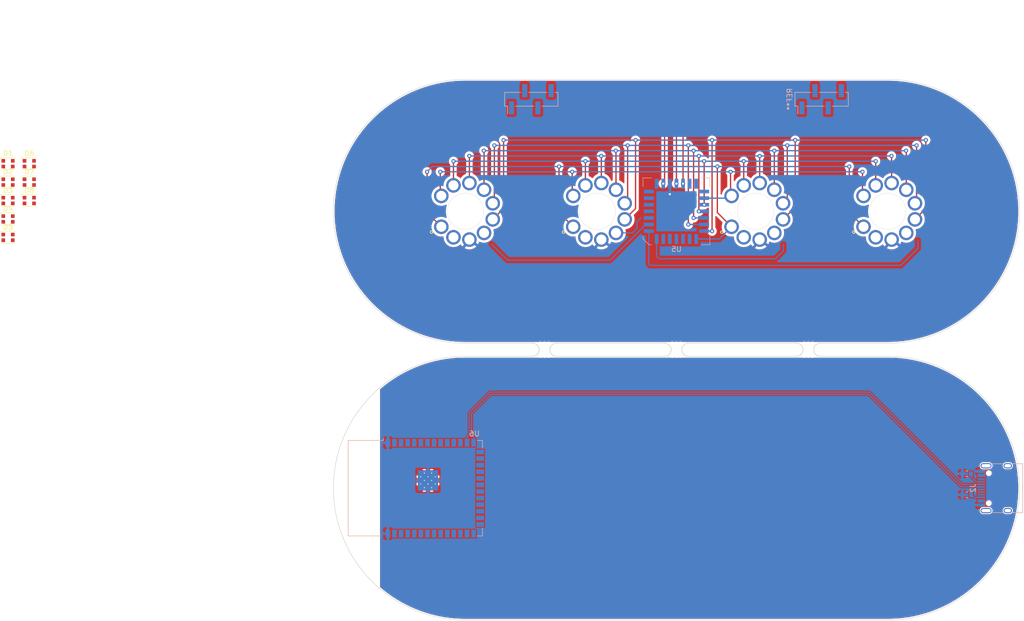
<source format=kicad_pcb>
(kicad_pcb (version 20221018) (generator pcbnew)
  (layers (0 "F.Cu" signal) (31 "B.Cu" signal) (34 "B.Paste" user) (35 "F.Paste" user) (36 "B.SilkS" user "B.Silkscreen") (37 "F.SilkS" user "F.Silkscreen") (38 "B.Mask" user) (39 "F.Mask" user) (44 "Edge.Cuts" user))
  (net 0 "")
  (net 1 "GND")
  (net 2 "+GRID")
  (net 3 "+HEATER")
  (net 6 "unconnected-(U5-HV19-Pad4)")
  (net 7 "unconnected-(U5-HV18-Pad5)")
  (net 8 "unconnected-(U5-HV17-Pad6)")
  (net 15 "BLANK")
  (net 16 "CLK")
  (net 17 "STROBE")
  (net 21 "F")
  (net 22 "G")
  (net 23 "A")
  (net 24 "B")
  (net 25 "C")
  (net 26 "D")
  (net 27 "E")
  (net 28 "Data IN")
  (net 29 "+3V3")
  (net 30 "Grid1")
  (net 31 "Grid2")
  (net 32 "Grid3")
  (net 33 "Grid4")
  (net 34 "RST")
  (net 40 "LED")
  (net 41 "Net-(J2-CC2)")
  (net 42 "Net-(J2-CC1)")
  (net 54 "Net-(U6-IO0)")
  (net 63 "RX")
  (net 64 "TX")
  (net 65 "SCL")
  (net 66 "SDA")
  (net 67 "Net-(D2-DOUT)")
  (net 68 "Net-(D1-DOUT)")
  (net 69 "+5V")
  (net 71 "Net-(D7-DOUT)")
  (net 72 "Net-(D6-DOUT)")
  (net 73 "Net-(D5-DOUT)")
  (net 74 "Net-(D4-DOUT)")
  (net 75 "Net-(D3-DOUT)")
  (net 76 "D-")
  (net 77 "D+")
  (footprint "Indicator-Tube:IV-12" (layer "F.Cu") (at 193.04 83.82)
    (fp_text reference "U3" hide)
    (fp_text value "~")
    (fp_circle (center 0 0) (end 0 -3.5) (stroke (width 0.05)) (fill none) (layer "Edge.Cuts"))
    (pad "1" thru_hole circle (at -4.626894 2.973524 122.698) (size 2.8 2.8) (drill 1.95) (layers "*.Cu" "*.Mask") (net 27 "E"))
    (pad "2" thru_hole circle (at -2.284782 5.002975 155.399) (size 2.8 2.8) (drill 1.95) (layers "*.Cu" "*.Mask") (net 3 "+HEATER"))
    (pad "3" thru_hole circle (at 0.782731 5.444017 188.199) (size 2.8 2.8) (drill 1.95) (layers "*.Cu" "*.Mask") (net 1 "GND"))
    (pad "4" thru_hole circle (at 3.601733 4.156622 220.899) (size 2.8 2.8) (drill 1.95) (layers "*.Cu" "*.Mask") (net 32 "Grid3"))
    (pad "5" thru_hole circle (at 5.277211 1.549529 253.6) (size 2.8 2.8) (drill 1.95) (layers "*.Cu" "*.Mask") (net 26 "D"))
    (pad "6" thru_hole circle (at 5.277211 -1.549529 286.3) (size 2.8 2.8) (drill 1.95) (layers "*.Cu" "*.Mask") (net 25 "C"))
    (pad "7" thru_hole circle (at 3.601734 -4.156622 319.1) (size 2.8 2.8) (drill 1.95) (layers "*.Cu" "*.Mask") (net 24 "B"))
    (pad "8" thru_hole circle (at 0.782732 -5.444017 351.8) (size 2.8 2.8) (drill 1.95) (layers "*.Cu" "*.Mask") (net 23 "A"))
    (pad "9" thru_hole circle (at -2.284782 -5.002975 24.5) (size 2.8 2.8) (drill 1.95) (layers "*.Cu" "*.Mask") (net 22 "G"))
    (pad "10" thru_hole circle (at -4.626894 -2.973524 57.199) (size 2.8 2.8) (drill 1.95) (layers "*.Cu" "*.Mask") (net 21 "F"))
  )
  (footprint "Sensor_Ambient:WSOF6" (layer "F.Cu") (at 177.8 63.754)
    (fp_text reference "PD1")
    (fp_text value "BH1730")
    (pad "" smd roundrect (at 0 0 90) (size 1.2 1.5) (layers "F.Cu" "F.Paste" "F.Mask"))
    (pad "1" smd roundrect (at -1.27 -0.508 90) (size 0.22 0.5) (layers "F.Cu" "F.Paste" "F.Mask"))
    (pad "2" smd roundrect (at -1.27 0 90) (size 0.22 0.5) (layers "F.Cu" "F.Paste" "F.Mask"))
    (pad "3" smd roundrect (at -1.27 0.508 90) (size 0.22 0.5) (layers "F.Cu" "F.Paste" "F.Mask"))
    (pad "4" smd roundrect (at 1.27 0.508 90) (size 0.22 0.5) (layers "F.Cu" "F.Paste" "F.Mask"))
    (pad "5" smd roundrect (at 1.27 0 90) (size 0.22 0.5) (layers "F.Cu" "F.Paste" "F.Mask"))
    (pad "6" smd roundrect (at 1.27 -0.508 90) (size 0.22 0.5) (layers "F.Cu" "F.Paste" "F.Mask"))
  )
  (footprint "LED_SMD:LED_WS2812B-2020_PLCC4_2.0x2.0mm" (layer "F.Cu") (at 53.213 74.64)
    (fp_text reference "D6" (at 0 -2) (layer "F.SilkS"))
    (fp_text value "~")
    (pad "1" smd rect (at -0.915 -0.55) (size 0.7 0.7) (layers "F.Cu" "F.Paste" "F.Mask") (net 72 "Net-(D6-DOUT)"))
    (pad "2" smd rect (at -0.915 0.55) (size 0.7 0.7) (layers "F.Cu" "F.Paste" "F.Mask") (net 1 "GND"))
    (pad "3" smd rect (at 0.915 0.55) (size 0.7 0.7) (layers "F.Cu" "F.Paste" "F.Mask") (net 73 "Net-(D5-DOUT)"))
    (pad "4" smd rect (at 0.915 -0.55) (size 0.7 0.7) (layers "F.Cu" "F.Paste" "F.Mask") (net 69 "+5V"))
  )
  (footprint "LED_SMD:LED_WS2812B-2020_PLCC4_2.0x2.0mm" (layer "F.Cu") (at 49.123 81.74)
    (fp_text reference "D3" (at 0 -2) (layer "F.SilkS"))
    (fp_text value "~")
    (pad "1" smd rect (at -0.915 -0.55) (size 0.7 0.7) (layers "F.Cu" "F.Paste" "F.Mask") (net 75 "Net-(D3-DOUT)"))
    (pad "2" smd rect (at -0.915 0.55) (size 0.7 0.7) (layers "F.Cu" "F.Paste" "F.Mask") (net 1 "GND"))
    (pad "3" smd rect (at 0.915 0.55) (size 0.7 0.7) (layers "F.Cu" "F.Paste" "F.Mask") (net 67 "Net-(D2-DOUT)"))
    (pad "4" smd rect (at 0.915 -0.55) (size 0.7 0.7) (layers "F.Cu" "F.Paste" "F.Mask") (net 69 "+5V"))
  )
  (footprint "Panelization:mouse-bite-2.54mm-slot" (layer "F.Cu") (at 203.2 110.49)
    (fp_text reference "mouse-bite-2.54mm-slot" hide)
    (fp_text value "VAL**" hide)
    (pad "" np_thru_hole circle (at -0.8 -1.1) (size 0.5 0.5) (drill 0.5) (layers "F&B.Cu" "*.Mask"))
    (pad "" np_thru_hole circle (at -0.8 1.1) (size 0.5 0.5) (drill 0.5) (layers "F&B.Cu" "*.Mask"))
    (pad "" np_thru_hole circle (at 0 -1.1) (size 0.5 0.5) (drill 0.5) (layers "F&B.Cu" "*.Mask"))
    (pad "" np_thru_hole circle (at 0 1.1) (size 0.5 0.5) (drill 0.5) (layers "F&B.Cu" "*.Mask"))
    (pad "" np_thru_hole circle (at 0.8 -1.1) (size 0.5 0.5) (drill 0.5) (layers "F&B.Cu" "*.Mask"))
    (pad "" np_thru_hole circle (at 0.8 1.1) (size 0.5 0.5) (drill 0.5) (layers "F&B.Cu" "*.Mask"))
  )
  (footprint "Indicator-Tube:IV-12" (layer "F.Cu") (at 137.16 83.82)
    (fp_text reference "U1" hide)
    (fp_text value "~")
    (fp_circle (center 0 0) (end 0 -3.5) (stroke (width 0.05)) (fill none) (layer "Edge.Cuts"))
    (pad "1" thru_hole circle (at -4.626894 2.973524 122.698) (size 2.8 2.8) (drill 1.95) (layers "*.Cu" "*.Mask") (net 27 "E"))
    (pad "2" thru_hole circle (at -2.284782 5.002975 155.399) (size 2.8 2.8) (drill 1.95) (layers "*.Cu" "*.Mask") (net 3 "+HEATER"))
    (pad "3" thru_hole circle (at 0.782731 5.444017 188.199) (size 2.8 2.8) (drill 1.95) (layers "*.Cu" "*.Mask") (net 1 "GND"))
    (pad "4" thru_hole circle (at 3.601733 4.156622 220.899) (size 2.8 2.8) (drill 1.95) (layers "*.Cu" "*.Mask") (net 30 "Grid1"))
    (pad "5" thru_hole circle (at 5.277211 1.549529 253.6) (size 2.8 2.8) (drill 1.95) (layers "*.Cu" "*.Mask") (net 26 "D"))
    (pad "6" thru_hole circle (at 5.277211 -1.549529 286.3) (size 2.8 2.8) (drill 1.95) (layers "*.Cu" "*.Mask") (net 25 "C"))
    (pad "7" thru_hole circle (at 3.601734 -4.156622 319.1) (size 2.8 2.8) (drill 1.95) (layers "*.Cu" "*.Mask") (net 24 "B"))
    (pad "8" thru_hole circle (at 0.782732 -5.444017 351.8) (size 2.8 2.8) (drill 1.95) (layers "*.Cu" "*.Mask") (net 23 "A"))
    (pad "9" thru_hole circle (at -2.284782 -5.002975 24.5) (size 2.8 2.8) (drill 1.95) (layers "*.Cu" "*.Mask") (net 22 "G"))
    (pad "10" thru_hole circle (at -4.626894 -2.973524 57.199) (size 2.8 2.8) (drill 1.95) (layers "*.Cu" "*.Mask") (net 21 "F"))
  )
  (footprint "LED_SMD:LED_WS2812B-2020_PLCC4_2.0x2.0mm" (layer "F.Cu") (at 53.213 78.19)
    (fp_text reference "D7" (at 0 -2) (layer "F.SilkS"))
    (fp_text value "~")
    (pad "1" smd rect (at -0.915 -0.55) (size 0.7 0.7) (layers "F.Cu" "F.Paste" "F.Mask") (net 71 "Net-(D7-DOUT)"))
    (pad "2" smd rect (at -0.915 0.55) (size 0.7 0.7) (layers "F.Cu" "F.Paste" "F.Mask") (net 1 "GND"))
    (pad "3" smd rect (at 0.915 0.55) (size 0.7 0.7) (layers "F.Cu" "F.Paste" "F.Mask") (net 72 "Net-(D6-DOUT)"))
    (pad "4" smd rect (at 0.915 -0.55) (size 0.7 0.7) (layers "F.Cu" "F.Paste" "F.Mask") (net 69 "+5V"))
  )
  (footprint "LED_SMD:LED_WS2812B-2020_PLCC4_2.0x2.0mm" (layer "F.Cu") (at 49.123 74.64)
    (fp_text reference "D1" (at 0 -2) (layer "F.SilkS"))
    (fp_text value "~")
    (pad "1" smd rect (at -0.915 -0.55) (size 0.7 0.7) (layers "F.Cu" "F.Paste" "F.Mask") (net 68 "Net-(D1-DOUT)"))
    (pad "2" smd rect (at -0.915 0.55) (size 0.7 0.7) (layers "F.Cu" "F.Paste" "F.Mask") (net 1 "GND"))
    (pad "3" smd rect (at 0.915 0.55) (size 0.7 0.7) (layers "F.Cu" "F.Paste" "F.Mask") (net 40 "LED"))
    (pad "4" smd rect (at 0.915 -0.55) (size 0.7 0.7) (layers "F.Cu" "F.Paste" "F.Mask") (net 69 "+5V"))
  )
  (footprint "LED_SMD:LED_WS2812B-2020_PLCC4_2.0x2.0mm" (layer "F.Cu") (at 49.123 88.84)
    (fp_text reference "D5" (at 0 -2) (layer "F.SilkS"))
    (fp_text value "~")
    (pad "1" smd rect (at -0.915 -0.55) (size 0.7 0.7) (layers "F.Cu" "F.Paste" "F.Mask") (net 73 "Net-(D5-DOUT)"))
    (pad "2" smd rect (at -0.915 0.55) (size 0.7 0.7) (layers "F.Cu" "F.Paste" "F.Mask") (net 1 "GND"))
    (pad "3" smd rect (at 0.915 0.55) (size 0.7 0.7) (layers "F.Cu" "F.Paste" "F.Mask") (net 74 "Net-(D4-DOUT)"))
    (pad "4" smd rect (at 0.915 -0.55) (size 0.7 0.7) (layers "F.Cu" "F.Paste" "F.Mask") (net 69 "+5V"))
  )
  (footprint "Panelization:mouse-bite-2.54mm-slot" (layer "F.Cu") (at 152.4 110.49)
    (fp_text reference "mouse-bite-2.54mm-slot" hide)
    (fp_text value "VAL**" hide)
    (pad "" np_thru_hole circle (at -0.8 -1.1) (size 0.5 0.5) (drill 0.5) (layers "*.Cu" "*.Mask"))
    (pad "" np_thru_hole circle (at -0.8 1.1) (size 0.5 0.5) (drill 0.5) (layers "*.Cu" "*.Mask"))
    (pad "" np_thru_hole circle (at 0 -1.1) (size 0.5 0.5) (drill 0.5) (layers "*.Cu" "*.Mask"))
    (pad "" np_thru_hole circle (at 0 1.1) (size 0.5 0.5) (drill 0.5) (layers "*.Cu" "*.Mask"))
    (pad "" np_thru_hole circle (at 0.8 -1.1) (size 0.5 0.5) (drill 0.5) (layers "*.Cu" "*.Mask"))
    (pad "" np_thru_hole circle (at 0.8 1.1) (size 0.5 0.5) (drill 0.5) (layers "*.Cu" "*.Mask"))
  )
  (footprint "Panelization:mouse-bite-2.54mm-slot" (layer "F.Cu") (at 177.8 110.49)
    (fp_text reference "mouse-bite-2.54mm-slot" hide)
    (fp_text value "VAL**" hide)
    (pad "" np_thru_hole circle (at -0.8 -1.1) (size 0.5 0.5) (drill 0.5) (layers "F&B.Cu" "*.Mask"))
    (pad "" np_thru_hole circle (at -0.8 1.1) (size 0.5 0.5) (drill 0.5) (layers "F&B.Cu" "*.Mask"))
    (pad "" np_thru_hole circle (at 0 -1.1) (size 0.5 0.5) (drill 0.5) (layers "F&B.Cu" "*.Mask"))
    (pad "" np_thru_hole circle (at 0 1.1) (size 0.5 0.5) (drill 0.5) (layers "F&B.Cu" "*.Mask"))
    (pad "" np_thru_hole circle (at 0.8 -1.1) (size 0.5 0.5) (drill 0.5) (layers "F&B.Cu" "*.Mask"))
    (pad "" np_thru_hole circle (at 0.8 1.1) (size 0.5 0.5) (drill 0.5) (layers "F&B.Cu" "*.Mask"))
  )
  (footprint "LED_SMD:LED_WS2812B-2020_PLCC4_2.0x2.0mm" (layer "F.Cu") (at 49.123 78.19)
    (fp_text reference "D2" (at 0 -2) (layer "F.SilkS"))
    (fp_text value "~")
    (pad "1" smd rect (at -0.915 -0.55) (size 0.7 0.7) (layers "F.Cu" "F.Paste" "F.Mask") (net 67 "Net-(D2-DOUT)"))
    (pad "2" smd rect (at -0.915 0.55) (size 0.7 0.7) (layers "F.Cu" "F.Paste" "F.Mask") (net 1 "GND"))
    (pad "3" smd rect (at 0.915 0.55) (size 0.7 0.7) (layers "F.Cu" "F.Paste" "F.Mask") (net 68 "Net-(D1-DOUT)"))
    (pad "4" smd rect (at 0.915 -0.55) (size 0.7 0.7) (layers "F.Cu" "F.Paste" "F.Mask") (net 69 "+5V"))
  )
  (footprint "Indicator-Tube:IV-12" (layer "F.Cu") (at 162.56 83.82)
    (fp_text reference "U2" hide)
    (fp_text value "~")
    (fp_circle (center 0 0) (end 0 -3.5) (stroke (width 0.05)) (fill none) (layer "Edge.Cuts"))
    (pad "1" thru_hole circle (at -4.626894 2.973524 122.698) (size 2.8 2.8) (drill 1.95) (layers "*.Cu" "*.Mask") (net 27 "E"))
    (pad "2" thru_hole circle (at -2.284782 5.002975 155.399) (size 2.8 2.8) (drill 1.95) (layers "*.Cu" "*.Mask") (net 3 "+HEATER"))
    (pad "3" thru_hole circle (at 0.782731 5.444017 188.199) (size 2.8 2.8) (drill 1.95) (layers "*.Cu" "*.Mask") (net 1 "GND"))
    (pad "4" thru_hole circle (at 3.601733 4.156622 220.899) (size 2.8 2.8) (drill 1.95) (layers "*.Cu" "*.Mask") (net 31 "Grid2"))
    (pad "5" thru_hole circle (at 5.277211 1.549529 253.6) (size 2.8 2.8) (drill 1.95) (layers "*.Cu" "*.Mask") (net 26 "D"))
    (pad "6" thru_hole circle (at 5.277211 -1.549529 286.3) (size 2.8 2.8) (drill 1.95) (layers "*.Cu" "*.Mask") (net 25 "C"))
    (pad "7" thru_hole circle (at 3.601734 -4.156622 319.1) (size 2.8 2.8) (drill 1.95) (layers "*.Cu" "*.Mask") (net 24 "B"))
    (pad "8" thru_hole circle (at 0.782732 -5.444017 351.8) (size 2.8 2.8) (drill 1.95) (layers "*.Cu" "*.Mask") (net 23 "A"))
    (pad "9" thru_hole circle (at -2.284782 -5.002975 24.5) (size 2.8 2.8) (drill 1.95) (layers "*.Cu" "*.Mask") (net 22 "G"))
    (pad "10" thru_hole circle (at -4.626894 -2.973524 57.199) (size 2.8 2.8) (drill 1.95) (layers "*.Cu" "*.Mask") (net 21 "F"))
  )
  (footprint "LED_SMD:LED_WS2812B-2020_PLCC4_2.0x2.0mm" (layer "F.Cu") (at 49.123 85.29)
    (fp_text reference "D4" (at 0 -2) (layer "F.SilkS"))
    (fp_text value "~")
    (pad "1" smd rect (at -0.915 -0.55) (size 0.7 0.7) (layers "F.Cu" "F.Paste" "F.Mask") (net 74 "Net-(D4-DOUT)"))
    (pad "2" smd rect (at -0.915 0.55) (size 0.7 0.7) (layers "F.Cu" "F.Paste" "F.Mask") (net 1 "GND"))
    (pad "3" smd rect (at 0.915 0.55) (size 0.7 0.7) (layers "F.Cu" "F.Paste" "F.Mask") (net 75 "Net-(D3-DOUT)"))
    (pad "4" smd rect (at 0.915 -0.55) (size 0.7 0.7) (layers "F.Cu" "F.Paste" "F.Mask") (net 69 "+5V"))
  )
  (footprint "Indicator-Tube:IV-12" (layer "F.Cu") (at 218.44 83.82)
    (fp_text reference "U4" hide)
    (fp_text value "~")
    (fp_circle (center 0 0) (end 0 -3.5) (stroke (width 0.05)) (fill none) (layer "Edge.Cuts"))
    (pad "1" thru_hole circle (at -4.626894 2.973524 122.698) (size 2.8 2.8) (drill 1.95) (layers "*.Cu" "*.Mask") (net 27 "E"))
    (pad "2" thru_hole circle (at -2.284782 5.002975 155.399) (size 2.8 2.8) (drill 1.95) (layers "*.Cu" "*.Mask") (net 3 "+HEATER"))
    (pad "3" thru_hole circle (at 0.782731 5.444017 188.199) (size 2.8 2.8) (drill 1.95) (layers "*.Cu" "*.Mask") (net 1 "GND"))
    (pad "4" thru_hole circle (at 3.601733 4.156622 220.899) (size 2.8 2.8) (drill 1.95) (layers "*.Cu" "*.Mask") (net 33 "Grid4"))
    (pad "5" thru_hole circle (at 5.277211 1.549529 253.6) (size 2.8 2.8) (drill 1.95) (layers "*.Cu" "*.Mask") (net 26 "D"))
    (pad "6" thru_hole circle (at 5.277211 -1.549529 286.3) (size 2.8 2.8) (drill 1.95) (layers "*.Cu" "*.Mask") (net 25 "C"))
    (pad "7" thru_hole circle (at 3.601734 -4.156622 319.1) (size 2.8 2.8) (drill 1.95) (layers "*.Cu" "*.Mask") (net 24 "B"))
    (pad "8" thru_hole circle (at 0.782732 -5.444017 351.8) (size 2.8 2.8) (drill 1.95) (layers "*.Cu" "*.Mask") (net 23 "A"))
    (pad "9" thru_hole circle (at -2.284782 -5.002975 24.5) (size 2.8 2.8) (drill 1.95) (layers "*.Cu" "*.Mask") (net 22 "G"))
    (pad "10" thru_hole circle (at -4.626894 -2.973524 57.199) (size 2.8 2.8) (drill 1.95) (layers "*.Cu" "*.Mask") (net 21 "F"))
  )
  (footprint "LED_SMD:LED_WS2812B-2020_PLCC4_2.0x2.0mm" (layer "F.Cu") (at 53.213 81.74)
    (fp_text reference "D8" (at 0 -2) (layer "F.SilkS"))
    (fp_text value "~")
    (pad "1" smd rect (at -0.915 -0.55) (size 0.7 0.7) (layers "F.Cu" "F.Paste" "F.Mask"))
    (pad "2" smd rect (at -0.915 0.55) (size 0.7 0.7) (layers "F.Cu" "F.Paste" "F.Mask") (net 1 "GND"))
    (pad "3" smd rect (at 0.915 0.55) (size 0.7 0.7) (layers "F.Cu" "F.Paste" "F.Mask") (net 71 "Net-(D7-DOUT)"))
    (pad "4" smd rect (at 0.915 -0.55) (size 0.7 0.7) (layers "F.Cu" "F.Paste" "F.Mask") (net 69 "+5V"))
  )
  (footprint "Package_LCC:PLCC-28" (layer "B.Cu") (at 177.8 83.82)
    (fp_text reference "U5" (at 0 7.285) (layer "B.SilkS") (effects (justify mirror)))
    (fp_text value "~")
    (pad "1" smd rect (at 0 5.3225) (size 0.7 1.925) (layers "B.Cu" "B.Paste" "B.Mask") (net 2 "+GRID"))
    (pad "2" smd rect (at -1.27 5.3225) (size 0.7 1.925) (layers "B.Cu" "B.Paste" "B.Mask"))
    (pad "3" smd rect (at -2.54 5.3225) (size 0.7 1.925) (layers "B.Cu" "B.Paste" "B.Mask"))
    (pad "4" smd rect (at -3.81 5.3225) (size 0.7 1.925) (layers "B.Cu" "B.Paste" "B.Mask") (net 6 "unconnected-(U5-HV19-Pad4)"))
    (pad "5" smd rect (at -5.3225 3.81) (size 1.925 0.7) (layers "B.Cu" "B.Paste" "B.Mask") (net 7 "unconnected-(U5-HV18-Pad5)"))
    (pad "6" smd rect (at -5.3225 2.54) (size 1.925 0.7) (layers "B.Cu" "B.Paste" "B.Mask") (net 8 "unconnected-(U5-HV17-Pad6)"))
    (pad "7" smd rect (at -5.3225 1.27) (size 1.925 0.7) (layers "B.Cu" "B.Paste" "B.Mask"))
    (pad "8" smd rect (at -5.3225 0) (size 1.925 0.7) (layers "B.Cu" "B.Paste" "B.Mask"))
    (pad "9" smd rect (at -5.3225 -1.27) (size 1.925 0.7) (layers "B.Cu" "B.Paste" "B.Mask"))
    (pad "10" smd rect (at -5.3225 -2.54) (size 1.925 0.7) (layers "B.Cu" "B.Paste" "B.Mask"))
    (pad "11" smd rect (at -5.3225 -3.81) (size 1.925 0.7) (layers "B.Cu" "B.Paste" "B.Mask"))
    (pad "12" smd rect (at -3.81 -5.3225) (size 0.7 1.925) (layers "B.Cu" "B.Paste" "B.Mask"))
    (pad "13" smd rect (at -2.54 -5.3225) (size 0.7 1.925) (layers "B.Cu" "B.Paste" "B.Mask") (net 15 "BLANK"))
    (pad "14" smd rect (at -1.27 -5.3225) (size 0.7 1.925) (layers "B.Cu" "B.Paste" "B.Mask") (net 1 "GND"))
    (pad "15" smd rect (at 0 -5.3225) (size 0.7 1.925) (layers "B.Cu" "B.Paste" "B.Mask") (net 16 "CLK"))
    (pad "16" smd rect (at 1.27 -5.3225) (size 0.7 1.925) (layers "B.Cu" "B.Paste" "B.Mask") (net 17 "STROBE"))
    (pad "17" smd rect (at 2.54 -5.3225) (size 0.7 1.925) (layers "B.Cu" "B.Paste" "B.Mask"))
    (pad "18" smd rect (at 3.81 -5.3225) (size 0.7 1.925) (layers "B.Cu" "B.Paste" "B.Mask"))
    (pad "19" smd rect (at 5.3225 -3.81) (size 1.925 0.7) (layers "B.Cu" "B.Paste" "B.Mask"))
    (pad "20" smd rect (at 5.3225 -2.54) (size 1.925 0.7) (layers "B.Cu" "B.Paste" "B.Mask") (net 21 "F"))
    (pad "21" smd rect (at 5.3225 -1.27) (size 1.925 0.7) (layers "B.Cu" "B.Paste" "B.Mask") (net 22 "G"))
    (pad "22" smd rect (at 5.3225 0) (size 1.925 0.7) (layers "B.Cu" "B.Paste" "B.Mask") (net 23 "A"))
    (pad "23" smd rect (at 5.3225 1.27) (size 1.925 0.7) (layers "B.Cu" "B.Paste" "B.Mask") (net 24 "B"))
    (pad "24" smd rect (at 5.3225 2.54) (size 1.925 0.7) (layers "B.Cu" "B.Paste" "B.Mask") (net 25 "C"))
    (pad "25" smd rect (at 5.3225 3.81) (size 1.925 0.7) (layers "B.Cu" "B.Paste" "B.Mask") (net 26 "D"))
    (pad "26" smd rect (at 3.81 5.3225) (size 0.7 1.925) (layers "B.Cu" "B.Paste" "B.Mask") (net 27 "E"))
    (pad "27" smd rect (at 2.54 5.3225) (size 0.7 1.925) (layers "B.Cu" "B.Paste" "B.Mask") (net 28 "Data IN"))
    (pad "28" smd rect (at 1.27 5.3225) (size 0.7 1.925) (layers "B.Cu" "B.Paste" "B.Mask") (net 29 "+3V3"))
  )
  (footprint "RF_Module:ESP32-S3-WROOM-1" (layer "B.Cu") (at 127.508 137.16 -90)
    (fp_text reference "U6" (at -10.5 -11.4 unlocked) (layer "B.SilkS") (effects (justify mirror)))
    (fp_text value "ESP32-S2-SOLO-2")
    (pad "1" smd rect (at -8.75 5.26 270) (size 1.5 0.9) (layers "B.Cu" "B.Paste" "B.Mask") (net 1 "GND"))
    (pad "2" smd rect (at -8.75 3.99 270) (size 1.5 0.9) (layers "B.Cu" "B.Paste" "B.Mask") (net 29 "+3V3"))
    (pad "3" smd rect (at -8.75 2.72 270) (size 1.5 0.9) (layers "B.Cu" "B.Paste" "B.Mask") (net 34 "RST"))
    (pad "4" smd rect (at -8.75 1.45 270) (size 1.5 0.9) (layers "B.Cu" "B.Paste" "B.Mask"))
    (pad "5" smd rect (at -8.75 0.18 270) (size 1.5 0.9) (layers "B.Cu" "B.Paste" "B.Mask"))
    (pad "6" smd rect (at -8.75 -1.09 270) (size 1.5 0.9) (layers "B.Cu" "B.Paste" "B.Mask") (net 15 "BLANK"))
    (pad "7" smd rect (at -8.75 -2.36 270) (size 1.5 0.9) (layers "B.Cu" "B.Paste" "B.Mask") (net 17 "STROBE"))
    (pad "8" smd rect (at -8.75 -3.63 270) (size 1.5 0.9) (layers "B.Cu" "B.Paste" "B.Mask"))
    (pad "9" smd rect (at -8.75 -4.9 270) (size 1.5 0.9) (layers "B.Cu" "B.Paste" "B.Mask") (net 28 "Data IN"))
    (pad "10" smd rect (at -8.75 -6.17 270) (size 1.5 0.9) (layers "B.Cu" "B.Paste" "B.Mask"))
    (pad "11" smd rect (at -8.75 -7.44 270) (size 1.5 0.9) (layers "B.Cu" "B.Paste" "B.Mask") (net 16 "CLK"))
    (pad "12" smd rect (at -8.75 -8.71 270) (size 1.5 0.9) (layers "B.Cu" "B.Paste" "B.Mask"))
    (pad "13" smd rect (at -8.75 -9.98 270) (size 1.5 0.9) (layers "B.Cu" "B.Paste" "B.Mask") (net 76 "D-"))
    (pad "14" smd rect (at -8.75 -11.25 90) (size 1.5 0.9) (layers "B.Cu" "B.Paste" "B.Mask") (net 77 "D+"))
    (pad "15" smd rect (at -6.985 -12.5) (size 1.5 0.9) (layers "B.Cu" "B.Paste" "B.Mask") (net 40 "LED"))
    (pad "16" smd rect (at -5.715 -12.5) (size 1.5 0.9) (layers "B.Cu" "B.Paste" "B.Mask"))
    (pad "17" smd rect (at -4.445 -12.5) (size 1.5 0.9) (layers "B.Cu" "B.Paste" "B.Mask"))
    (pad "18" smd rect (at -3.175 -12.5) (size 1.5 0.9) (layers "B.Cu" "B.Paste" "B.Mask"))
    (pad "19" smd rect (at -1.905 -12.5) (size 1.5 0.9) (layers "B.Cu" "B.Paste" "B.Mask"))
    (pad "20" smd rect (at -0.635 -12.5) (size 1.5 0.9) (layers "B.Cu" "B.Paste" "B.Mask"))
    (pad "21" smd rect (at 0.635 -12.5) (size 1.5 0.9) (layers "B.Cu" "B.Paste" "B.Mask"))
    (pad "22" smd rect (at 1.905 -12.5) (size 1.5 0.9) (layers "B.Cu" "B.Paste" "B.Mask"))
    (pad "23" smd rect (at 3.175 -12.5) (size 1.5 0.9) (layers "B.Cu" "B.Paste" "B.Mask"))
    (pad "24" smd rect (at 4.445 -12.5) (size 1.5 0.9) (layers "B.Cu" "B.Paste" "B.Mask"))
    (pad "25" smd rect (at 5.715 -12.5) (size 1.5 0.9) (layers "B.Cu" "B.Paste" "B.Mask"))
    (pad "26" smd rect (at 6.985 -12.5) (size 1.5 0.9) (layers "B.Cu" "B.Paste" "B.Mask"))
    (pad "27" smd rect (at 8.75 -11.25 270) (size 1.5 0.9) (layers "B.Cu" "B.Paste" "B.Mask") (net 54 "Net-(U6-IO0)"))
    (pad "28" smd rect (at 8.75 -9.98 270) (size 1.5 0.9) (layers "B.Cu" "B.Paste" "B.Mask"))
    (pad "29" smd rect (at 8.75 -8.71 270) (size 1.5 0.9) (layers "B.Cu" "B.Paste" "B.Mask"))
    (pad "30" smd rect (at 8.75 -7.44 270) (size 1.5 0.9) (layers "B.Cu" "B.Paste" "B.Mask"))
    (pad "31" smd rect (at 8.75 -6.17 270) (size 1.5 0.9) (layers "B.Cu" "B.Paste" "B.Mask"))
    (pad "32" smd rect (at 8.75 -4.9 270) (size 1.5 0.9) (layers "B.Cu" "B.Paste" "B.Mask"))
    (pad "33" smd rect (at 8.75 -3.63 270) (size 1.5 0.9) (layers "B.Cu" "B.Paste" "B.Mask"))
    (pad "34" smd rect (at 8.75 -2.36 270) (size 1.5 0.9) (layers "B.Cu" "B.Paste" "B.Mask"))
    (pad "35" smd rect (at 8.75 -1.09 270) (size 1.5 0.9) (layers "B.Cu" "B.Paste" "B.Mask"))
    (pad "36" smd rect (at 8.75 0.18 270) (size 1.5 0.9) (layers "B.Cu" "B.Paste" "B.Mask") (net 63 "RX"))
    (pad "37" smd rect (at 8.75 1.45 270) (size 1.5 0.9) (layers "B.Cu" "B.Paste" "B.Mask") (net 64 "TX"))
    (pad "38" smd rect (at 8.75 2.72 270) (size 1.5 0.9) (layers "B.Cu" "B.Paste" "B.Mask") (net 65 "SCL"))
    (pad "39" smd rect (at 8.75 3.99 270) (size 1.5 0.9) (layers "B.Cu" "B.Paste" "B.Mask") (net 66 "SDA"))
    (pad "40" smd rect (at 8.75 5.26 270) (size 1.5 0.9) (layers "B.Cu" "B.Paste" "B.Mask") (net 1 "GND"))
    (pad "41" thru_hole circle (at -2.9 -3.16 270) (size 0.6 0.6) (drill 0.2) (property pad_prop_heatsink) (layers "*.Cu" "B.Mask") (net 1 "GND"))
    (pad "41" thru_hole circle (at -2.9 -1.76 180) (size 0.6 0.6) (drill 0.2) (property pad_prop_heatsink) (layers "*.Cu" "B.Mask") (net 1 "GND"))
    (pad "41" thru_hole circle (at -2.2 -3.86 270) (size 0.6 0.6) (drill 0.2) (property pad_prop_heatsink) (layers "*.Cu" "B.Mask") (net 1 "GND"))
    (pad "41" thru_hole circle (at -2.2 -2.46 270) (size 0.6 0.6) (drill 0.2) (property pad_prop_heatsink) (layers "*.Cu" "B.Mask") (net 1 "GND"))
    (pad "41" thru_hole circle (at -2.2 -1.06 270) (size 0.6 0.6) (drill 0.2) (property pad_prop_heatsink) (layers "*.Cu" "B.Mask") (net 1 "GND"))
    (pad "41" thru_hole circle (at -1.5 -3.16 270) (size 0.6 0.6) (drill 0.2) (property pad_prop_heatsink) (layers "*.Cu" "B.Mask") (net 1 "GND"))
    (pad "41" smd rect (at -1.5 -2.46) (size 3.9 3.9) (layers "B.Cu" "B.Mask") (net 1 "GND"))
    (pad "41" thru_hole circle (at -1.5 -1.76 270) (size 0.6 0.6) (drill 0.2) (property pad_prop_heatsink) (layers "*.Cu" "B.Mask") (net 1 "GND"))
    (pad "41" thru_hole circle (at -0.8 -3.86 270) (size 0.6 0.6) (drill 0.2) (property pad_prop_heatsink) (layers "*.Cu" "B.Mask") (net 1 "GND"))
    (pad "41" thru_hole circle (at -0.8 -2.46 270) (size 0.6 0.6) (drill 0.2) (property pad_prop_heatsink) (layers "*.Cu" "B.Mask") (net 1 "GND"))
    (pad "41" thru_hole circle (at -0.8 -1.06 270) (size 0.6 0.6) (drill 0.2) (property pad_prop_heatsink) (layers "*.Cu" "B.Mask") (net 1 "GND"))
    (pad "41" thru_hole circle (at -0.1 -3.16 270) (size 0.6 0.6) (drill 0.2) (property pad_prop_heatsink) (layers "*.Cu" "B.Mask") (net 1 "GND"))
    (pad "41" thru_hole circle (at -0.1 -1.76 270) (size 0.6 0.6) (drill 0.2) (property pad_prop_heatsink) (layers "*.Cu" "B.Mask") (net 1 "GND"))
    (zone (net 0) (net_name "") (layers "F.Cu" "In1.Cu" "B.Cu") (connect_pads (clearance 0)) (min_thickness 0.254)
      (keepout (tracks not_allowed) (vias not_allowed) (pads not_allowed) (copperpour not_allowed) (footprints not_allowed))
      (fill (thermal_gap 0.508) (thermal_bridge_width 0.508))
      (polygon (pts (xy 120.758 113.16) (xy 120.758 161.16) (xy 99.758 161.16) (xy 99.758 113.16)))
    )
  )
  (footprint "Connector_PinHeader_2.54mm:PinHeader_1x04_P2.54mm_Vertical_SMD_Pin1Right" (layer "B.Cu") (at 205.74 62.23 -90)
    (fp_text reference "REF**" (at 0 6.14 90) (layer "B.SilkS") (effects (justify mirror)))
    (fp_text value "PinHeader_1x04_P2.54mm_Vertical_SMD_Pin1Right")
    (pad "1" smd rect (at 1.655 3.81 270) (size 2.51 1) (layers "B.Cu" "B.Paste" "B.Mask"))
    (pad "2" smd rect (at -1.655 1.27 270) (size 2.51 1) (layers "B.Cu" "B.Paste" "B.Mask"))
    (pad "3" smd rect (at 1.655 -1.27 270) (size 2.51 1) (layers "B.Cu" "B.Paste" "B.Mask"))
    (pad "4" smd rect (at -1.655 -3.81 270) (size 2.51 1) (layers "B.Cu" "B.Paste" "B.Mask"))
  )
  (footprint "Connector_PinHeader_2.54mm:PinHeader_1x04_P2.54mm_Vertical_SMD_Pin1Right" (layer "B.Cu") (at 149.86 62.23 -90)
    (fp_text reference "REF**" hide)
    (fp_text value "PinHeader_1x04_P2.54mm_Vertical_SMD_Pin1Right" hide)
    (pad "1" smd rect (at 1.655 3.81 270) (size 2.51 1) (layers "B.Cu" "B.Paste" "B.Mask"))
    (pad "2" smd rect (at -1.655 1.27 270) (size 2.51 1) (layers "B.Cu" "B.Paste" "B.Mask"))
    (pad "3" smd rect (at 1.655 -1.27 270) (size 2.51 1) (layers "B.Cu" "B.Paste" "B.Mask"))
    (pad "4" smd rect (at -1.655 -3.81 270) (size 2.51 1) (layers "B.Cu" "B.Paste" "B.Mask"))
  )
  (footprint "Resistor_SMD:R_0603_1608Metric" (layer "B.Cu") (at 233.68 134.366 180)
    (fp_text reference "R1" hide)
    (fp_text value "5k1")
    (pad "1" smd roundrect (at -0.825 0 180) (size 0.8 0.95) (layers "B.Cu" "B.Paste" "B.Mask") (net 42 "Net-(J2-CC1)"))
    (pad "2" smd roundrect (at 0.825 0 180) (size 0.8 0.95) (layers "B.Cu" "B.Paste" "B.Mask") (net 1 "GND"))
  )
  (footprint "Connector_USB:USB_C_Receptacle_HRO_TYPE-C-31-M-12" (layer "B.Cu") (at 240.538 137.16 -90)
    (fp_text reference "J2" (at 0 5.645 90) (layer "B.SilkS") (effects (justify mirror)))
    (fp_text value "USB_C_Receptacle_USB2.0_16P" hide)
    (pad "" np_thru_hole circle (at -2.89 2.6 270) (size 0.65 0.65) (drill 0.65) (layers "*.Cu" "*.Mask"))
    (pad "" np_thru_hole circle (at 2.89 2.6 270) (size 0.65 0.65) (drill 0.65) (layers "*.Cu" "*.Mask"))
    (pad "A1" smd rect (at -3.25 4.045 270) (size 0.6 1.45) (layers "B.Cu" "B.Paste" "B.Mask") (net 1 "GND"))
    (pad "A4" smd rect (at -2.45 4.045 270) (size 0.6 1.45) (layers "B.Cu" "B.Paste" "B.Mask") (net 69 "+5V"))
    (pad "A5" smd rect (at -1.25 4.045 270) (size 0.3 1.45) (layers "B.Cu" "B.Paste" "B.Mask") (net 42 "Net-(J2-CC1)"))
    (pad "A6" smd rect (at -0.25 4.045 270) (size 0.3 1.45) (layers "B.Cu" "B.Paste" "B.Mask") (net 77 "D+"))
    (pad "A7" smd rect (at 0.25 4.045 270) (size 0.3 1.45) (layers "B.Cu" "B.Paste" "B.Mask") (net 76 "D-"))
    (pad "A8" smd rect (at 1.25 4.045 270) (size 0.3 1.45) (layers "B.Cu" "B.Paste" "B.Mask"))
    (pad "A9" smd rect (at 2.45 4.045 270) (size 0.6 1.45) (layers "B.Cu" "B.Paste" "B.Mask") (net 69 "+5V"))
    (pad "A12" smd rect (at 3.25 4.045 270) (size 0.6 1.45) (layers "B.Cu" "B.Paste" "B.Mask") (net 1 "GND"))
    (pad "B1" smd rect (at 3.25 4.045 270) (size 0.6 1.45) (layers "B.Cu" "B.Paste" "B.Mask") (net 1 "GND"))
    (pad "B4" smd rect (at 2.45 4.045 270) (size 0.6 1.45) (layers "B.Cu" "B.Paste" "B.Mask") (net 69 "+5V"))
    (pad "B5" smd rect (at 1.75 4.045 270) (size 0.3 1.45) (layers "B.Cu" "B.Paste" "B.Mask") (net 41 "Net-(J2-CC2)"))
    (pad "B6" smd rect (at 0.75 4.045 270) (size 0.3 1.45) (layers "B.Cu" "B.Paste" "B.Mask") (net 77 "D+"))
    (pad "B7" smd rect (at -0.75 4.045 270) (size 0.3 1.45) (layers "B.Cu" "B.Paste" "B.Mask") (net 76 "D-"))
    (pad "B8" smd rect (at -1.75 4.045 270) (size 0.3 1.45) (layers "B.Cu" "B.Paste" "B.Mask"))
    (pad "B9" smd rect (at -2.45 4.045 270) (size 0.6 1.45) (layers "B.Cu" "B.Paste" "B.Mask") (net 69 "+5V"))
    (pad "B12" smd rect (at -3.25 4.045 270) (size 0.6 1.45) (layers "B.Cu" "B.Paste" "B.Mask") (net 1 "GND"))
    (pad "S1" thru_hole oval (at -4.32 -1.05 270) (size 1 1.6) (drill oval 0.6 1.2) (layers "*.Cu" "*.Mask"))
    (pad "S1" thru_hole oval (at -4.32 3.13 270) (size 1 2.1) (drill oval 0.6 1.7) (layers "*.Cu" "*.Mask"))
    (pad "S1" thru_hole oval (at 4.32 -1.05 270) (size 1 1.6) (drill oval 0.6 1.2) (layers "*.Cu" "*.Mask"))
    (pad "S1" thru_hole oval (at 4.32 3.13 270) (size 1 2.1) (drill oval 0.6 1.7) (layers "*.Cu" "*.Mask"))
  )
  (footprint "Resistor_SMD:R_0603_1608Metric" (layer "B.Cu") (at 233.68 138.43 180)
    (fp_text reference "R2" hide)
    (fp_text value "5k1")
    (pad "1" smd roundrect (at -0.825 0 180) (size 0.8 0.95) (layers "B.Cu" "B.Paste" "B.Mask") (net 41 "Net-(J2-CC2)"))
    (pad "2" smd roundrect (at 0.825 0 180) (size 0.8 0.95) (layers "B.Cu" "B.Paste" "B.Mask") (net 1 "GND"))
  )
  (gr_arc (start 154.686 111.76) (mid 153.416 110.49) (end 154.686 109.22) (stroke (width 0.1)) (layer "Edge.Cuts"))
  (gr_line (start 200.914 111.76) (end 180.086 111.76) (stroke (width 0.1)) (layer "Edge.Cuts"))
  (gr_line (start 218.44 58.42) (end 137.16 58.42) (stroke (width 0.1)) (layer "Edge.Cuts"))
  (gr_line (start 137.16 111.76) (end 150.114 111.76) (stroke (width 0.1)) (layer "Edge.Cuts"))
  (gr_arc (start 175.514 109.22) (mid 176.784 110.49) (end 175.514 111.76) (stroke (width 0.1)) (layer "Edge.Cuts"))
  (gr_arc (start 205.486 111.76) (mid 204.216 110.49) (end 205.486 109.22) (stroke (width 0.1)) (layer "Edge.Cuts"))
  (gr_arc (start 200.914 109.22) (mid 202.184 110.49) (end 200.914 111.76) (stroke (width 0.1)) (layer "Edge.Cuts"))
  (gr_line (start 180.086 109.22) (end 200.914 109.22) (stroke (width 0.1)) (layer "Edge.Cuts"))
  (gr_line (start 218.44 111.76) (end 205.486 111.76) (stroke (width 0.1)) (layer "Edge.Cuts"))
  (gr_line (start 137.16 162.56) (end 218.44 162.56) (stroke (width 0.1)) (layer "Edge.Cuts"))
  (gr_arc (start 218.44 58.42) (mid 243.84 83.82) (end 218.44 109.22) (stroke (width 0.1)) (layer "Edge.Cuts"))
  (gr_arc (start 218.44 111.76) (mid 243.84 137.16) (end 218.44 162.56) (stroke (width 0.1)) (layer "Edge.Cuts"))
  (gr_line (start 154.686 111.76) (end 175.514 111.76) (stroke (width 0.1)) (layer "Edge.Cuts"))
  (gr_arc (start 137.16 109.22) (mid 111.76 83.82) (end 137.16 58.42) (stroke (width 0.1)) (layer "Edge.Cuts"))
  (gr_arc (start 150.114 109.22) (mid 151.384 110.49) (end 150.114 111.76) (stroke (width 0.1)) (layer "Edge.Cuts"))
  (gr_arc (start 137.16 162.56) (mid 111.76 137.16) (end 137.16 111.76) (stroke (width 0.1)) (layer "Edge.Cuts"))
  (gr_arc (start 180.086 111.76) (mid 178.816 110.49) (end 180.086 109.22) (stroke (width 0.1)) (layer "Edge.Cuts"))
  (gr_line (start 205.486 109.22) (end 218.44 109.22) (stroke (width 0.1)) (layer "Edge.Cuts"))
  (gr_line (start 175.514 109.22) (end 154.686 109.22) (stroke (width 0.1)) (layer "Edge.Cuts"))
  (gr_line (start 150.114 109.22) (end 137.16 109.22) (stroke (width 0.1)) (layer "Edge.Cuts"))
  (via (at 176.53 80.518) (size 0.8) (drill 0.4) (layers "F.Cu" "B.Cu") (net 1))
  (segment (start 196.85 92.964) (end 198.374 91.44) (width 0.2) (layer "B.Cu") (net 6))
  (segment (start 174.498 92.964) (end 196.85 92.964) (width 0.2) (layer "B.Cu") (net 6))
  (segment (start 173.99 92.456) (end 174.498 92.964) (width 0.2) (layer "B.Cu") (net 6))
  (segment (start 198.374 91.44) (end 198.374 90.17) (width 0.2) (layer "B.Cu") (net 6))
  (segment (start 173.99 89.1425) (end 173.99 92.456) (width 0.2) (layer "B.Cu") (net 6))
  (segment (start 172.4775 93.9915) (end 172.72 94.234) (width 0.2) (layer "B.Cu") (net 7))
  (segment (start 172.72 94.234) (end 220.98 94.234) (width 0.2) (layer "B.Cu") (net 7))
  (segment (start 224.282 90.932) (end 224.282 89.408) (width 0.2) (layer "B.Cu") (net 7))
  (segment (start 220.98 94.234) (end 224.282 90.932) (width 0.2) (layer "B.Cu") (net 7))
  (segment (start 172.4775 87.63) (end 172.4775 93.9915) (width 0.2) (layer "B.Cu") (net 7))
  (segment (start 172.4775 86.36) (end 171.865 86.36) (width 0.2) (layer "B.Cu") (net 8))
  (segment (start 171.865 86.36) (end 165.007 93.218) (width 0.2) (layer "B.Cu") (net 8))
  (segment (start 165.007 93.218) (end 163.322 93.218) (width 0.2) (layer "B.Cu") (net 8))
  (segment (start 145.288 93.218) (end 142.24 90.17) (width 0.2) (layer "B.Cu") (net 8))
  (segment (start 163.322 93.218) (end 145.288 93.218) (width 0.2) (layer "B.Cu") (net 8))
  (segment (start 175.514 78.232) (end 175.514 68.072) (width 0.25) (layer "F.Cu") (net 15))
  (segment (start 175.26 78.486) (end 175.514 78.232) (width 0.25) (layer "F.Cu") (net 15))
  (via (at 175.26 78.486) (size 0.8) (drill 0.4) (layers "F.Cu" "B.Cu") (net 15))
  (segment (start 175.26 78.4975) (end 175.26 78.486) (width 0.25) (layer "B.Cu") (net 15))
  (segment (start 177.8 78.486) (end 177.8 67.818) (width 0.25) (layer "F.Cu") (net 16))
  (via (at 177.8 78.486) (size 0.8) (drill 0.4) (layers "F.Cu" "B.Cu") (net 16))
  (segment (start 177.8 78.4975) (end 177.8 78.486) (width 0.25) (layer "B.Cu") (net 16))
  (segment (start 179.07 78.486) (end 179.07 67.31) (width 0.25) (layer "F.Cu") (net 17))
  (via (at 179.07 78.486) (size 0.8) (drill 0.4) (layers "F.Cu" "B.Cu") (net 17))
  (segment (start 179.07 78.4975) (end 179.07 78.486) (width 0.25) (layer "B.Cu") (net 17))
  (segment (start 213.614 76.2) (end 213.614 80.64737) (width 0.25) (layer "F.Cu") (net 21))
  (segment (start 188.214 80.64737) (end 188.413106 80.846476) (width 0.25) (layer "F.Cu") (net 21))
  (segment (start 132.334 76.2) (end 132.334 80.64737) (width 0.25) (layer "F.Cu") (net 21))
  (segment (start 157.933106 80.846476) (end 157.734 80.64737) (width 0.25) (layer "F.Cu") (net 21))
  (segment (start 188.214 76.2) (end 188.214 80.64737) (width 0.25) (layer "F.Cu") (net 21))
  (segment (start 157.734 80.64737) (end 157.734 76.2) (width 0.25) (layer "F.Cu") (net 21))
  (segment (start 213.614 80.64737) (end 213.813106 80.846476) (width 0.25) (layer "F.Cu") (net 21))
  (segment (start 132.334 80.64737) (end 132.533106 80.846476) (width 0.25) (layer "F.Cu") (net 21))
  (via (at 213.614 76.2) (size 0.8) (drill 0.4) (layers "F.Cu" "B.Cu") (net 21))
  (via (at 188.214 76.2) (size 0.8) (drill 0.4) (layers "F.Cu" "B.Cu") (net 21))
  (via (at 157.734 76.2) (size 0.8) (drill 0.4) (layers "F.Cu" "B.Cu") (net 21))
  (via (at 132.334 76.2) (size 0.8) (drill 0.4) (layers "F.Cu" "B.Cu") (net 21))
  (segment (start 132.334 76.2) (end 157.734 76.2) (width 0.25) (layer "B.Cu") (net 21))
  (segment (start 157.734 76.2) (end 188.214 76.2) (width 0.25) (layer "B.Cu") (net 21))
  (segment (start 183.1225 81.28) (end 187.979582 81.28) (width 0.25) (layer "B.Cu") (net 21))
  (segment (start 187.979582 81.28) (end 188.413106 80.846476) (width 0.25) (layer "B.Cu") (net 21))
  (segment (start 188.214 76.2) (end 213.614 76.2) (width 0.25) (layer "B.Cu") (net 21))
  (segment (start 190.755218 74.168) (end 190.755218 78.817025) (width 0.25) (layer "F.Cu") (net 22))
  (segment (start 216.154 74.168) (end 216.155218 74.169218) (width 0.25) (layer "F.Cu") (net 22))
  (segment (start 160.275218 74.168) (end 160.275218 78.817025) (width 0.25) (layer "F.Cu") (net 22))
  (segment (start 183.134 82.55) (end 183.134 74.168) (width 0.25) (layer "F.Cu") (net 22))
  (segment (start 134.874 74.168) (end 134.875218 74.169218) (width 0.25) (layer "F.Cu") (net 22))
  (segment (start 216.155218 74.169218) (end 216.155218 78.817025) (width 0.25) (layer "F.Cu") (net 22))
  (segment (start 134.875218 74.169218) (end 134.875218 78.817025) (width 0.25) (layer "F.Cu") (net 22))
  (via (at 183.134 74.168) (size 0.8) (drill 0.4) (layers "F.Cu" "B.Cu") (net 22))
  (via (at 216.154 74.168) (size 0.8) (drill 0.4) (layers "F.Cu" "B.Cu") (net 22))
  (via (at 183.134 82.55) (size 0.8) (drill 0.4) (layers "F.Cu" "B.Cu") (net 22))
  (via (at 190.755218 74.168) (size 0.8) (drill 0.4) (layers "F.Cu" "B.Cu") (net 22))
  (via (at 160.275218 74.168) (size 0.8) (drill 0.4) (layers "F.Cu" "B.Cu") (net 22))
  (via (at 134.874 74.168) (size 0.8) (drill 0.4) (layers "F.Cu" "B.Cu") (net 22))
  (segment (start 160.275218 74.168) (end 134.874 74.168) (width 0.25) (layer "B.Cu") (net 22))
  (segment (start 183.134 74.168) (end 160.275218 74.168) (width 0.25) (layer "B.Cu") (net 22))
  (segment (start 190.755218 74.168) (end 183.134 74.168) (width 0.25) (layer "B.Cu") (net 22))
  (segment (start 190.755218 74.168) (end 216.154 74.168) (width 0.25) (layer "B.Cu") (net 22))
  (segment (start 183.1225 82.55) (end 183.134 82.55) (width 0.25) (layer "B.Cu") (net 22))
  (segment (start 163.342732 73.172732) (end 163.322 73.152) (width 0.25) (layer "F.Cu") (net 23))
  (segment (start 163.342732 78.375983) (end 163.342732 73.172732) (width 0.25) (layer "F.Cu") (net 23))
  (segment (start 137.942732 73.172732) (end 137.942732 78.375983) (width 0.25) (layer "F.Cu") (net 23))
  (segment (start 219.202 73.152) (end 219.222732 73.172732) (width 0.25) (layer "F.Cu") (net 23))
  (segment (start 219.222732 73.172732) (end 219.222732 78.375983) (width 0.25) (layer "F.Cu") (net 23))
  (segment (start 193.822732 73.172732) (end 193.822732 78.375983) (width 0.25) (layer "F.Cu") (net 23))
  (segment (start 137.922 73.152) (end 137.942732 73.172732) (width 0.25) (layer "F.Cu") (net 23))
  (segment (start 182.118 83.82) (end 182.118 73.152) (width 0.25) (layer "F.Cu") (net 23))
  (via (at 219.202 73.152) (size 0.8) (drill 0.4) (layers "F.Cu" "B.Cu") (net 23))
  (via (at 182.118 73.152) (size 0.8) (drill 0.4) (layers "F.Cu" "B.Cu") (net 23))
  (via (at 193.822732 73.172732) (size 0.8) (drill 0.4) (layers "F.Cu" "B.Cu") (net 23))
  (via (at 163.322 73.152) (size 0.8) (drill 0.4) (layers "F.Cu" "B.Cu") (net 23))
  (via (at 137.922 73.152) (size 0.8) (drill 0.4) (layers "F.Cu" "B.Cu") (net 23))
  (via (at 182.118 83.82) (size 0.8) (drill 0.4) (layers "F.Cu" "B.Cu") (net 23))
  (segment (start 193.822732 73.172732) (end 193.843464 73.152) (width 0.25) (layer "B.Cu") (net 23))
  (segment (start 193.802 73.152) (end 182.118 73.152) (width 0.25) (layer "B.Cu") (net 23))
  (segment (start 182.118 73.152) (end 163.322 73.152) (width 0.25) (layer "B.Cu") (net 23))
  (segment (start 193.822732 73.172732) (end 193.802 73.152) (width 0.25) (layer "B.Cu") (net 23))
  (segment (start 163.322 73.152) (end 137.922 73.152) (width 0.25) (layer "B.Cu") (net 23))
  (segment (start 183.1225 83.82) (end 182.118 83.82) (width 0.25) (layer "B.Cu") (net 23))
  (segment (start 193.843464 73.152) (end 219.202 73.152) (width 0.25) (layer "B.Cu") (net 23))
  (segment (start 140.716 72.136) (end 140.761734 72.181734) (width 0.25) (layer "F.Cu") (net 24))
  (segment (start 140.761734 72.181734) (end 140.761734 79.663378) (width 0.25) (layer "F.Cu") (net 24))
  (segment (start 196.641734 72.136) (end 196.641734 79.663378) (width 0.25) (layer "F.Cu") (net 24))
  (segment (start 181.102 72.136) (end 181.102 85.09) (width 0.25) (layer "F.Cu") (net 24))
  (segment (start 222.041734 72.181734) (end 222.041734 79.663378) (width 0.25) (layer "F.Cu") (net 24))
  (segment (start 166.161734 72.181734) (end 166.161734 79.663378) (width 0.25) (layer "F.Cu") (net 24))
  (segment (start 166.116 72.136) (end 166.161734 72.181734) (width 0.25) (layer "F.Cu") (net 24))
  (segment (start 221.996 72.136) (end 222.041734 72.181734) (width 0.25) (layer "F.Cu") (net 24))
  (via (at 196.641734 72.136) (size 0.8) (drill 0.4) (layers "F.Cu" "B.Cu") (net 24))
  (via (at 140.716 72.136) (size 0.8) (drill 0.4) (layers "F.Cu" "B.Cu") (net 24))
  (via (at 181.102 85.09) (size 0.8) (drill 0.4) (layers "F.Cu" "B.Cu") (net 24))
  (via (at 166.116 72.136) (size 0.8) (drill 0.4) (layers "F.Cu" "B.Cu") (net 24))
  (via (at 221.996 72.136) (size 0.8) (drill 0.4) (layers "F.Cu" "B.Cu") (net 24))
  (via (at 181.102 72.136) (size 0.8) (drill 0.4) (layers "F.Cu" "B.Cu") (net 24))
  (segment (start 181.102 72.136) (end 166.116 72.136) (width 0.25) (layer "B.Cu") (net 24))
  (segment (start 196.641734 72.136) (end 181.102 72.136) (width 0.25) (layer "B.Cu") (net 24))
  (segment (start 183.1225 85.09) (end 181.102 85.09) (width 0.25) (layer "B.Cu") (net 24))
  (segment (start 196.641734 72.136) (end 221.996 72.136) (width 0.25) (layer "B.Cu") (net 24))
  (segment (start 166.116 72.136) (end 140.716 72.136) (width 0.25) (layer "B.Cu") (net 24))
  (segment (start 224.028 71.12) (end 224.028 81.959682) (width 0.25) (layer "F.Cu") (net 25))
  (segment (start 142.748 81.959682) (end 142.437211 82.270471) (width 0.25) (layer "F.Cu") (net 25))
  (segment (start 142.748 71.12) (end 142.748 81.959682) (width 0.25) (layer "F.Cu") (net 25))
  (segment (start 167.837211 82.270471) (end 168.402 81.705682) (width 0.25) (layer "F.Cu") (net 25))
  (segment (start 180.086 86.36) (end 180.086 71.12) (width 0.25) (layer "F.Cu") (net 25))
  (segment (start 168.402 81.705682) (end 168.402 71.12) (width 0.25) (layer "F.Cu") (net 25))
  (segment (start 199.136 81.451682) (end 198.317211 82.270471) (width 0.25) (layer "F.Cu") (net 25))
  (segment (start 199.136 71.12) (end 199.136 81.451682) (width 0.25) (layer "F.Cu") (net 25))
  (segment (start 224.028 81.959682) (end 223.717211 82.270471) (width 0.25) (layer "F.Cu") (net 25))
  (via (at 168.402 71.12) (size 0.8) (drill 0.4) (layers "F.Cu" "B.Cu") (net 25))
  (via (at 199.136 71.12) (size 0.8) (drill 0.4) (layers "F.Cu" "B.Cu") (net 25))
  (via (at 180.086 71.12) (size 0.8) (drill 0.4) (layers "F.Cu" "B.Cu") (net 25))
  (via (at 180.086 86.36) (size 0.8) (drill 0.4) (layers "F.Cu" "B.Cu") (net 25))
  (via (at 224.028 71.12) (size 0.8) (drill 0.4) (layers "F.Cu" "B.Cu") (net 25))
  (via (at 142.748 71.12) (size 0.8) (drill 0.4) (layers "F.Cu" "B.Cu") (net 25))
  (segment (start 168.402 71.12) (end 180.086 71.12) (width 0.25) (layer "B.Cu") (net 25))
  (segment (start 183.1225 86.36) (end 180.086 86.36) (width 0.25) (layer "B.Cu") (net 25))
  (segment (start 199.136 71.12) (end 224.028 71.12) (width 0.25) (layer "B.Cu") (net 25))
  (segment (start 180.086 71.12) (end 199.136 71.12) (width 0.25) (layer "B.Cu") (net 25))
  (segment (start 168.402 71.12) (end 142.748 71.12) (width 0.25) (layer "B.Cu") (net 25))
  (segment (start 144.526 70.104) (end 144.526 83.28074) (width 0.25) (layer "F.Cu") (net 26))
  (segment (start 169.926 83.28074) (end 167.837211 85.369529) (width 0.25) (layer "F.Cu") (net 26))
  (segment (start 200.66 83.02674) (end 198.317211 85.369529) (width 0.25) (layer "F.Cu") (net 26))
  (segment (start 200.66 70.104) (end 200.66 83.02674) (width 0.25) (layer "F.Cu") (net 26))
  (segment (start 169.926 70.104) (end 169.926 83.28074) (width 0.25) (layer "F.Cu") (net 26))
  (segment (start 225.806 70.104) (end 225.806 83.28074) (width 0.25) (layer "F.Cu") (net 26))
  (segment (start 225.806 83.28074) (end 223.717211 85.369529) (width 0.25) (layer "F.Cu") (net 26))
  (segment (start 184.658 87.63) (end 184.658 70.104) (width 0.25) (layer "F.Cu") (net 26))
  (segment (start 144.526 83.28074) (end 142.437211 85.369529) (width 0.25) (layer "F.Cu") (net 26))
  (via (at 184.658 87.63) (size 0.8) (drill 0.4) (layers "F.Cu" "B.Cu") (net 26))
  (via (at 200.66 70.104) (size 0.8) (drill 0.4) (layers "F.Cu" "B.Cu") (net 26))
  (via (at 225.806 70.104) (size 0.8) (drill 0.4) (layers "F.Cu" "B.Cu") (net 26))
  (via (at 184.658 70.104) (size 0.8) (drill 0.4) (layers "F.Cu" "B.Cu") (net 26))
  (via (at 144.526 70.104) (size 0.8) (drill 0.4) (layers "F.Cu" "B.Cu") (net 26))
  (via (at 169.926 70.104) (size 0.8) (drill 0.4) (layers "F.Cu" "B.Cu") (net 26))
  (segment (start 183.1225 87.63) (end 184.658 87.63) (width 0.25) (layer "B.Cu") (net 26))
  (segment (start 169.926 70.104) (end 144.526 70.104) (width 0.25) (layer "B.Cu") (net 26))
  (segment (start 184.658 70.104) (end 169.926 70.104) (width 0.25) (layer "B.Cu") (net 26))
  (segment (start 200.66 70.104) (end 184.658 70.104) (width 0.25) (layer "B.Cu") (net 26))
  (segment (start 200.66 70.104) (end 225.806 70.104) (width 0.25) (layer "B.Cu") (net 26))
  (segment (start 169.138471 85.369529) (end 167.837211 85.369529) (width 0.2) (layer "B.Cu") (net 26))
  (segment (start 185.674 84.054418) (end 188.413106 86.793524) (width 0.25) (layer "F.Cu") (net 27))
  (segment (start 185.674 75.184) (end 185.674 84.054418) (width 0.25) (layer "F.Cu") (net 27))
  (segment (start 155.194 75.184) (end 155.194 84.054418) (width 0.25) (layer "F.Cu") (net 27))
  (segment (start 129.794 84.054418) (end 132.533106 86.793524) (width 0.25) (layer "F.Cu") (net 27))
  (segment (start 155.194 84.054418) (end 157.933106 86.793524) (width 0.25) (layer "F.Cu") (net 27))
  (segment (start 129.794 76.2) (end 129.794 84.054418) (width 0.25) (layer "F.Cu") (net 27))
  (segment (start 211.074 75.184) (end 211.074 84.054418) (width 0.25) (layer "F.Cu") (net 27))
  (segment (start 211.074 84.054418) (end 213.813106 86.793524) (width 0.25) (layer "F.Cu") (net 27))
  (via (at 129.794 76.2) (size 0.8) (drill 0.4) (layers "F.Cu" "B.Cu") (net 27))
  (via (at 185.674 75.184) (size 0.8) (drill 0.4) (layers "F.Cu" "B.Cu") (net 27))
  (via (at 211.074 75.184) (size 0.8) (drill 0.4) (layers "F.Cu" "B.Cu") (net 27))
  (via (at 155.194 75.184) (size 0.8) (drill 0.4) (layers "F.Cu" "B.Cu") (net 27))
  (segment (start 155.194 75.184) (end 185.674 75.184) (width 0.25) (layer "B.Cu") (net 27))
  (segment (start 211.074 75.184) (end 185.674 75.184) (width 0.25) (layer "B.Cu") (net 27))
  (segment (start 186.06413 89.1425) (end 188.413106 86.793524) (width 0.25) (layer "B.Cu") (net 27))
  (segment (start 130.81 75.184) (end 129.794 76.2) (width 0.25) (layer "B.Cu") (net 27))
  (segment (start 155.194 75.184) (end 130.81 75.184) (width 0.25) (layer "B.Cu") (net 27))
  (segment (start 181.61 89.1425) (end 186.06413 89.1425) (width 0.25) (layer "B.Cu") (net 27))
  (segment (start 170.18 87.122) (end 170.18 85.852) (width 0.2) (layer "B.Cu") (net 31))
  (segment (start 170.18 85.852) (end 170.942 85.09) (width 0.2) (layer "B.Cu") (net 31))
  (segment (start 169.325378 87.976622) (end 170.18 87.122) (width 0.2) (layer "B.Cu") (net 31))
  (segment (start 166.161733 87.976622) (end 169.325378 87.976622) (width 0.2) (layer "B.Cu") (net 31))
  (segment (start 234.505 138.43) (end 234.985 138.91) (width 0.2) (layer "B.Cu") (net 41))
  (segment (start 234.985 138.91) (end 236.493 138.91) (width 0.2) (layer "B.Cu") (net 41))
  (segment (start 234.505 134.897) (end 235.518 135.91) (width 0.2) (layer "B.Cu") (net 42))
  (segment (start 235.518 135.91) (end 236.493 135.91) (width 0.2) (layer "B.Cu") (net 42))
  (segment (start 234.505 134.366) (end 234.505 134.897) (width 0.2) (layer "B.Cu") (net 42))
  (segment (start 137.488 127.284999) (end 137.488 128.41) (width 0.2) (layer "B.Cu") (net 76))
  (segment (start 235.405499 136.41) (end 235.380499 136.435) (width 0.2) (layer "B.Cu") (net 76))
  (segment (start 214.9772 118.647) (end 141.8928 118.647) (width 0.2) (layer "B.Cu") (net 76))
  (segment (start 141.8928 118.647) (end 137.898 122.6418) (width 0.2) (layer "B.Cu") (net 76))
  (segment (start 232.7652 136.435) (end 214.9772 118.647) (width 0.2) (layer "B.Cu") (net 76))
  (segment (start 235.380499 136.435) (end 232.7652 136.435) (width 0.2) (layer "B.Cu") (net 76))
  (segment (start 236.493 136.41) (end 235.405499 136.41) (width 0.2) (layer "B.Cu") (net 76))
  (segment (start 137.898 122.6418) (end 137.898 126.874999) (width 0.2) (layer "B.Cu") (net 76))
  (segment (start 137.898 126.874999) (end 137.488 127.284999) (width 0.2) (layer "B.Cu") (net 76))
  (segment (start 138.348 122.8282) (end 138.348 126.874999) (width 0.2) (layer "B.Cu") (net 77))
  (segment (start 232.5788 136.885) (end 214.7908 119.097) (width 0.2) (layer "B.Cu") (net 77))
  (segment (start 235.405499 136.91) (end 235.380499 136.885) (width 0.2) (layer "B.Cu") (net 77))
  (segment (start 138.758 127.284999) (end 138.758 128.41) (width 0.2) (layer "B.Cu") (net 77))
  (segment (start 214.7908 119.097) (end 142.0792 119.097) (width 0.2) (layer "B.Cu") (net 77))
  (segment (start 235.380499 136.885) (end 232.5788 136.885) (width 0.2) (layer "B.Cu") (net 77))
  (segment (start 138.348 126.874999) (end 138.758 127.284999) (width 0.2) (layer "B.Cu") (net 77))
  (segment (start 236.493 136.91) (end 235.405499 136.91) (width 0.2) (layer "B.Cu") (net 77))
  (segment (start 142.0792 119.097) (end 138.348 122.8282) (width 0.2) (layer "B.Cu") (net 77))
  (zone (net 1) (net_name "GND") (layers "F&B.Cu") (connect_pads (clearance 0.5)) (min_thickness 0.25) (fill yes (thermal_gap 0.5) (thermal_bridge_width 0.5))
    (polygon (pts (xy 244.094 58.166) (xy 244.094 108.966) (xy 111.252 108.966) (xy 111.252 58.166)))
  )
  (zone (net 1) (net_name "GND") (layers "F&B.Cu") (connect_pads (clearance 0.2)) (min_thickness 0.15) (fill yes (thermal_gap 0.5) (thermal_bridge_width 0.5))
    (polygon (pts (xy 111.506 162.814) (xy 111.506 112.014) (xy 244.348 112.014) (xy 244.348 162.814)))
  )
)
</source>
